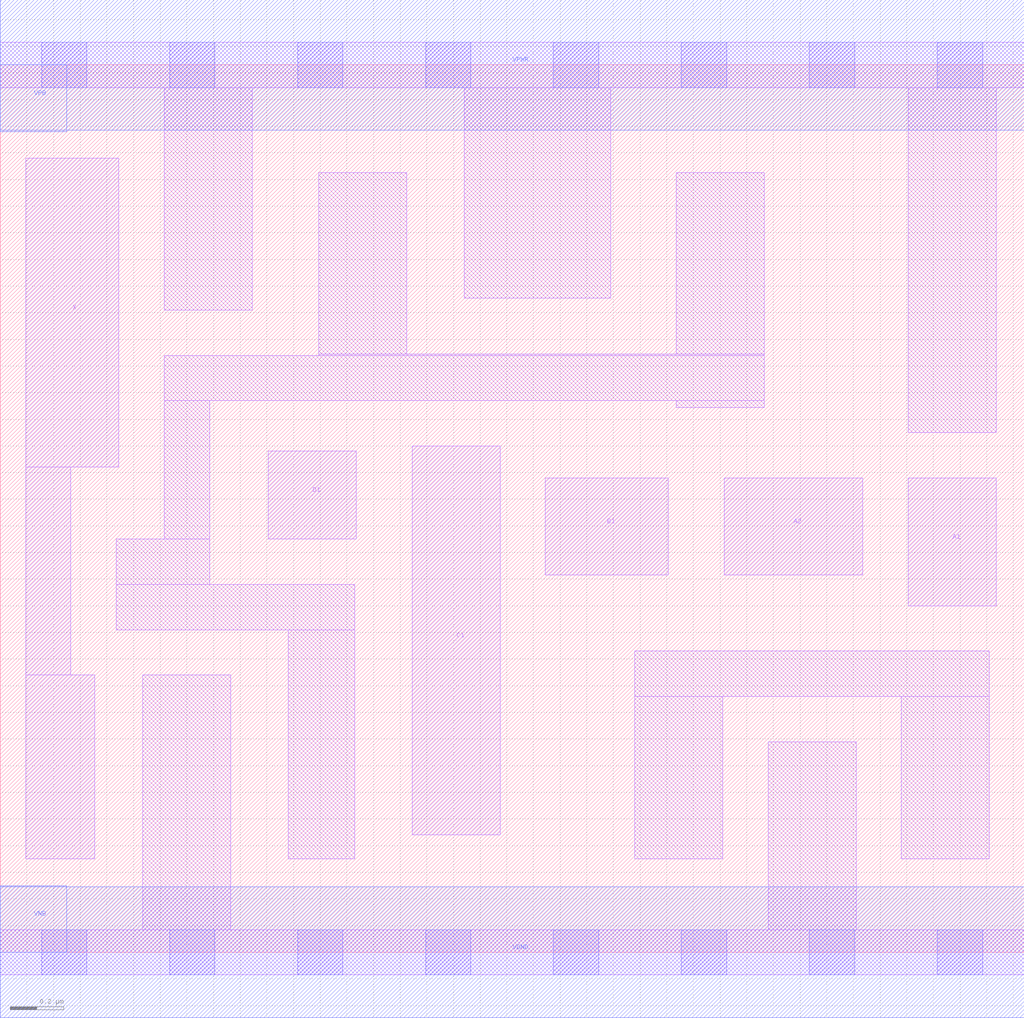
<source format=lef>
# Copyright 2020 The SkyWater PDK Authors
#
# Licensed under the Apache License, Version 2.0 (the "License");
# you may not use this file except in compliance with the License.
# You may obtain a copy of the License at
#
#     https://www.apache.org/licenses/LICENSE-2.0
#
# Unless required by applicable law or agreed to in writing, software
# distributed under the License is distributed on an "AS IS" BASIS,
# WITHOUT WARRANTIES OR CONDITIONS OF ANY KIND, either express or implied.
# See the License for the specific language governing permissions and
# limitations under the License.
#
# SPDX-License-Identifier: Apache-2.0

VERSION 5.5 ;
NAMESCASESENSITIVE ON ;
BUSBITCHARS "[]" ;
DIVIDERCHAR "/" ;
MACRO sky130_fd_sc_hs__o2111a_1
  CLASS CORE ;
  SOURCE USER ;
  ORIGIN  0.000000  0.000000 ;
  SIZE  3.840000 BY  3.330000 ;
  SYMMETRY X Y ;
  SITE unit ;
  PIN A1
    ANTENNAGATEAREA  0.261000 ;
    DIRECTION INPUT ;
    USE SIGNAL ;
    PORT
      LAYER li1 ;
        RECT 3.405000 1.300000 3.735000 1.780000 ;
    END
  END A1
  PIN A2
    ANTENNAGATEAREA  0.261000 ;
    DIRECTION INPUT ;
    USE SIGNAL ;
    PORT
      LAYER li1 ;
        RECT 2.715000 1.415000 3.235000 1.780000 ;
    END
  END A2
  PIN B1
    ANTENNAGATEAREA  0.237000 ;
    DIRECTION INPUT ;
    USE SIGNAL ;
    PORT
      LAYER li1 ;
        RECT 2.045000 1.415000 2.505000 1.780000 ;
    END
  END B1
  PIN C1
    ANTENNAGATEAREA  0.237000 ;
    DIRECTION INPUT ;
    USE SIGNAL ;
    PORT
      LAYER li1 ;
        RECT 1.545000 0.440000 1.875000 1.900000 ;
    END
  END C1
  PIN D1
    ANTENNAGATEAREA  0.237000 ;
    DIRECTION INPUT ;
    USE SIGNAL ;
    PORT
      LAYER li1 ;
        RECT 1.005000 1.550000 1.335000 1.880000 ;
    END
  END D1
  PIN X
    ANTENNADIFFAREA  0.533900 ;
    DIRECTION OUTPUT ;
    USE SIGNAL ;
    PORT
      LAYER li1 ;
        RECT 0.095000 0.350000 0.355000 1.040000 ;
        RECT 0.095000 1.040000 0.265000 1.820000 ;
        RECT 0.095000 1.820000 0.445000 2.980000 ;
    END
  END X
  PIN VGND
    DIRECTION INOUT ;
    USE GROUND ;
    PORT
      LAYER met1 ;
        RECT 0.000000 -0.245000 3.840000 0.245000 ;
    END
  END VGND
  PIN VNB
    DIRECTION INOUT ;
    USE GROUND ;
    PORT
    END
  END VNB
  PIN VPB
    DIRECTION INOUT ;
    USE POWER ;
    PORT
    END
  END VPB
  PIN VNB
    DIRECTION INOUT ;
    USE GROUND ;
    PORT
      LAYER met1 ;
        RECT 0.000000 0.000000 0.250000 0.250000 ;
    END
  END VNB
  PIN VPB
    DIRECTION INOUT ;
    USE POWER ;
    PORT
      LAYER met1 ;
        RECT 0.000000 3.080000 0.250000 3.330000 ;
    END
  END VPB
  PIN VPWR
    DIRECTION INOUT ;
    USE POWER ;
    PORT
      LAYER met1 ;
        RECT 0.000000 3.085000 3.840000 3.575000 ;
    END
  END VPWR
  OBS
    LAYER li1 ;
      RECT 0.000000 -0.085000 3.840000 0.085000 ;
      RECT 0.000000  3.245000 3.840000 3.415000 ;
      RECT 0.435000  1.210000 1.330000 1.380000 ;
      RECT 0.435000  1.380000 0.785000 1.550000 ;
      RECT 0.535000  0.085000 0.865000 1.040000 ;
      RECT 0.615000  1.550000 0.785000 2.070000 ;
      RECT 0.615000  2.070000 2.865000 2.240000 ;
      RECT 0.615000  2.410000 0.945000 3.245000 ;
      RECT 1.080000  0.350000 1.330000 1.210000 ;
      RECT 1.195000  2.240000 2.865000 2.245000 ;
      RECT 1.195000  2.245000 1.525000 2.925000 ;
      RECT 1.740000  2.455000 2.290000 3.245000 ;
      RECT 2.380000  0.350000 2.710000 0.960000 ;
      RECT 2.380000  0.960000 3.710000 1.130000 ;
      RECT 2.535000  2.045000 2.865000 2.070000 ;
      RECT 2.535000  2.245000 2.865000 2.925000 ;
      RECT 2.880000  0.085000 3.210000 0.790000 ;
      RECT 3.380000  0.350000 3.710000 0.960000 ;
      RECT 3.405000  1.950000 3.735000 3.245000 ;
    LAYER mcon ;
      RECT 0.155000 -0.085000 0.325000 0.085000 ;
      RECT 0.155000  3.245000 0.325000 3.415000 ;
      RECT 0.635000 -0.085000 0.805000 0.085000 ;
      RECT 0.635000  3.245000 0.805000 3.415000 ;
      RECT 1.115000 -0.085000 1.285000 0.085000 ;
      RECT 1.115000  3.245000 1.285000 3.415000 ;
      RECT 1.595000 -0.085000 1.765000 0.085000 ;
      RECT 1.595000  3.245000 1.765000 3.415000 ;
      RECT 2.075000 -0.085000 2.245000 0.085000 ;
      RECT 2.075000  3.245000 2.245000 3.415000 ;
      RECT 2.555000 -0.085000 2.725000 0.085000 ;
      RECT 2.555000  3.245000 2.725000 3.415000 ;
      RECT 3.035000 -0.085000 3.205000 0.085000 ;
      RECT 3.035000  3.245000 3.205000 3.415000 ;
      RECT 3.515000 -0.085000 3.685000 0.085000 ;
      RECT 3.515000  3.245000 3.685000 3.415000 ;
  END
END sky130_fd_sc_hs__o2111a_1
END LIBRARY

</source>
